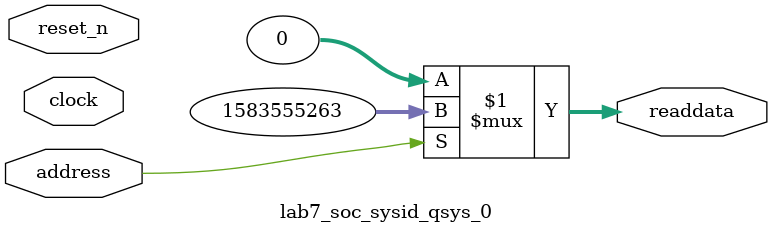
<source format=v>



// synthesis translate_off
`timescale 1ns / 1ps
// synthesis translate_on

// turn off superfluous verilog processor warnings 
// altera message_level Level1 
// altera message_off 10034 10035 10036 10037 10230 10240 10030 

module lab7_soc_sysid_qsys_0 (
               // inputs:
                address,
                clock,
                reset_n,

               // outputs:
                readdata
             )
;

  output  [ 31: 0] readdata;
  input            address;
  input            clock;
  input            reset_n;

  wire    [ 31: 0] readdata;
  //control_slave, which is an e_avalon_slave
  assign readdata = address ? 1583555263 : 0;

endmodule



</source>
